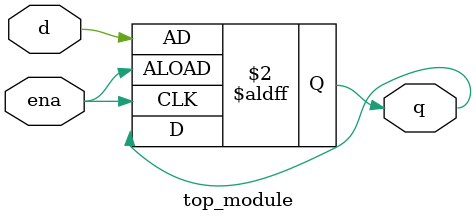
<source format=sv>
module top_module (
	input d,
	input ena,
	output logic q
);

  always @(posedge ena or negedge ena) begin
    if (ena)
      q <= d;
  end

endmodule

</source>
